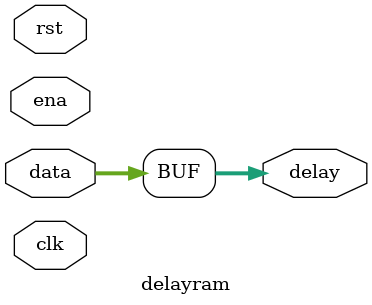
<source format=sv>
module delayram
#(
  parameter WIDTH = 16,   // Width of signals
  parameter DELAY = 0     // Delay value
)
(
  input                         clk,
  input                         rst,
  input                         ena, 
  input   [WIDTH - 1:0]         data, 
  output  [WIDTH - 1:0]         delay
);

initial  if ( WIDTH == 0 ) $error("Width cannot be zero");

genvar i;
generate  if(DELAY == 0) begin
  assign delay = data;
  assign tap = data_i;
end else begin
  localparam RWIDTH = $clog2(DELAY);
  logic [RWIDTH-1:0] wrcnt;
  logic [RWIDTH-1:0] rdcnt;
  
  bcnt #(
    .MAX      (DELAY),
    .BEHAVIOR ("ROLL")
  ) bcnt0 (
    .clk  (clk),
    .aclr (rst),
    .ena  (ena),
    .load ('0),
    .data ('0),
    .dir  ('1),
    .q    (wrcnt)
  );
  
  bcnt #(
    .MAX      (DELAY),
    .START    (DELAY-1),
    .BEHAVIOR ("ROLL")
  ) bcnt1 (
    .clk  (clk),
    .aclr (rst),
    .ena  (ena),
    .load ('0),
    .data ('0),
    .dir  ('1),
    .q    (rdcnt)
  );  
  
  dpram #(
    .DWIDTH (WIDTH),
    .AWIDTH (RWIDTH),
    .REGIN  ("N"),
    .REGOUT ("Y")
  ) dpram_instance (
    .clka   (clk),
    .wea    (ena),
    .addra  (wrcnt),
    .dataa  (data),
    .qa     (),
    .clkb   (clk),
    .web    ('0),
    .addrb  (rdcnt),
    .datab  ('0),
    .qb     (delay)
  );
end endgenerate

endmodule
</source>
